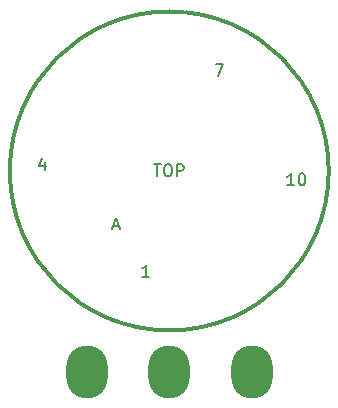
<source format=gbr>
%TF.GenerationSoftware,KiCad,Pcbnew,(6.0.5)*%
%TF.CreationDate,2022-05-19T01:25:15-04:00*%
%TF.ProjectId,selector_switch,73656c65-6374-46f7-925f-737769746368,rev?*%
%TF.SameCoordinates,Original*%
%TF.FileFunction,Legend,Top*%
%TF.FilePolarity,Positive*%
%FSLAX46Y46*%
G04 Gerber Fmt 4.6, Leading zero omitted, Abs format (unit mm)*
G04 Created by KiCad (PCBNEW (6.0.5)) date 2022-05-19 01:25:15*
%MOMM*%
%LPD*%
G01*
G04 APERTURE LIST*
%ADD10C,0.150000*%
%ADD11C,0.300000*%
%ADD12O,3.500000X4.500000*%
G04 APERTURE END LIST*
D10*
X153690476Y-68452380D02*
X154261904Y-68452380D01*
X153976190Y-69452380D02*
X153976190Y-68452380D01*
X154785714Y-68452380D02*
X154976190Y-68452380D01*
X155071428Y-68500000D01*
X155166666Y-68595238D01*
X155214285Y-68785714D01*
X155214285Y-69119047D01*
X155166666Y-69309523D01*
X155071428Y-69404761D01*
X154976190Y-69452380D01*
X154785714Y-69452380D01*
X154690476Y-69404761D01*
X154595238Y-69309523D01*
X154547619Y-69119047D01*
X154547619Y-68785714D01*
X154595238Y-68595238D01*
X154690476Y-68500000D01*
X154785714Y-68452380D01*
X155642857Y-69452380D02*
X155642857Y-68452380D01*
X156023809Y-68452380D01*
X156119047Y-68500000D01*
X156166666Y-68547619D01*
X156214285Y-68642857D01*
X156214285Y-68785714D01*
X156166666Y-68880952D01*
X156119047Y-68928571D01*
X156023809Y-68976190D01*
X155642857Y-68976190D01*
%TO.C,SW1*%
X158916666Y-59952380D02*
X159583333Y-59952380D01*
X159154761Y-60952380D01*
X153285714Y-77952380D02*
X152714285Y-77952380D01*
X153000000Y-77952380D02*
X153000000Y-76952380D01*
X152904761Y-77095238D01*
X152809523Y-77190476D01*
X152714285Y-77238095D01*
X144440476Y-68285714D02*
X144440476Y-68952380D01*
X144202380Y-67904761D02*
X143964285Y-68619047D01*
X144583333Y-68619047D01*
X150261904Y-73666666D02*
X150738095Y-73666666D01*
X150166666Y-73952380D02*
X150500000Y-72952380D01*
X150833333Y-73952380D01*
X165559523Y-70202380D02*
X164988095Y-70202380D01*
X165273809Y-70202380D02*
X165273809Y-69202380D01*
X165178571Y-69345238D01*
X165083333Y-69440476D01*
X164988095Y-69488095D01*
X166178571Y-69202380D02*
X166273809Y-69202380D01*
X166369047Y-69250000D01*
X166416666Y-69297619D01*
X166464285Y-69392857D01*
X166511904Y-69583333D01*
X166511904Y-69821428D01*
X166464285Y-70011904D01*
X166416666Y-70107142D01*
X166369047Y-70154761D01*
X166273809Y-70202380D01*
X166178571Y-70202380D01*
X166083333Y-70154761D01*
X166035714Y-70107142D01*
X165988095Y-70011904D01*
X165940476Y-69821428D01*
X165940476Y-69583333D01*
X165988095Y-69392857D01*
X166035714Y-69297619D01*
X166083333Y-69250000D01*
X166178571Y-69202380D01*
D11*
X168500000Y-69000000D02*
G75*
G03*
X168500000Y-69000000I-13500000J0D01*
G01*
%TD*%
D12*
%TO.C,J1*%
X148000000Y-86000000D03*
X155000000Y-86000000D03*
X162000000Y-86000000D03*
%TD*%
M02*

</source>
